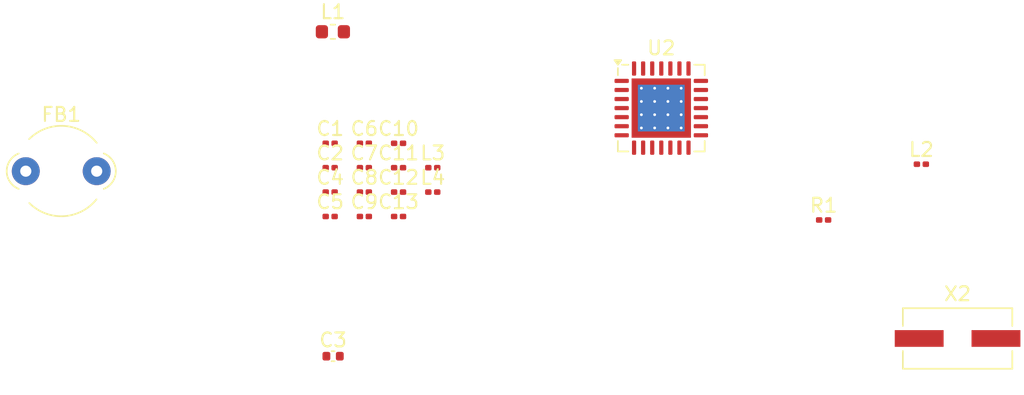
<source format=kicad_pcb>
(kicad_pcb (version 20241229) (generator "pcbnew") (generator_version "9.0")
  (layers (0 "F.Cu" signal) (2 "B.Cu" signal) (13 "F.Paste" user) (15 "B.Paste" user) (5 "F.SilkS" user "F.Silkscreen") (7 "B.SilkS" user "B.Silkscreen") (1 "F.Mask" user) (3 "B.Mask" user) (25 "Edge.Cuts" user))
  (net 0 "")
  (net 1 "Earth")
  (net 2 "Net-(U2-DECD)")
  (net 3 "VDD_nRF")
  (net 4 "/DECA")
  (net 5 "Net-(U2-VSS_PA)")
  (net 6 "Net-(C6-Pad1)")
  (net 7 "Net-(C9-Pad1)")
  (net 8 "/RF")
  (net 9 "Net-(U2-RESET)")
  (net 10 "Net-(U2-DCC)")
  (net 11 "Net-(U2-ANT)")
  (net 12 "/NRESET")
  (net 13 "/SWDCLK")
  (net 14 "/SWDIO")
  (net 15 "Net-(U2-XC1)")
  (footprint "Inductor_SMD:L_0603_1608Metric" (layer "F.Cu") (at 123 68.5)
    (property "Reference" "L1" (at 0 -1.43 0) (layer "F.SilkS"))
    (property "Value" "4.7uH")
    (fp_line (start -0.162779 -0.51) (end 0.162779 -0.51) (stroke (width 0.12)) (layer "F.SilkS"))
    (fp_line (start -0.162779 0.51) (end 0.162779 0.51) (stroke (width 0.12)) (layer "F.SilkS"))
    (pad "1" smd roundrect (at -0.7875 0) (size 0.875 0.95) (layers "F.Cu" "F.Mask" "F.Paste") (net 2 "Net-(U2-DECD)"))
    (pad "2" smd roundrect (at 0.7875 0) (size 0.875 0.95) (layers "F.Cu" "F.Mask" "F.Paste") (net 10 "Net-(U2-DCC)"))
  )
  (footprint "Ferrite_THT:LairdTech_28C0236-0JW-10" (layer "F.Cu") (at 101 78.5)
    (property "Reference" "FB1" (at 2.54 -4.064 0) (layer "F.SilkS"))
    (property "Value" "FerriteBead")
    (fp_arc (start -0.508 1.27) (mid -1.367832 0) (end -0.508 -1.27) (stroke (width 0.12)) (layer "F.SilkS"))
    (fp_arc (start 0.239932 -2.300068) (mid 2.71988 -3.24781) (end 5.08 -2.032) (stroke (width 0.12)) (layer "F.SilkS"))
    (fp_arc (start 5.064465 2.019572) (mid 2.71878 3.227946) (end 0.254 2.286) (stroke (width 0.12)) (layer "F.SilkS"))
    (fp_arc (start 5.588 -1.27) (mid 6.447832 0) (end 5.588 1.27) (stroke (width 0.12)) (layer "F.SilkS"))
    (pad "1" thru_hole circle (at 0 0) (size 2 2) (drill 0.8) (layers "*.Cu" "*.Mask") (net 2 "Net-(U2-DECD)"))
    (pad "2" thru_hole circle (at 5.08 0) (size 2 2) (drill 0.8) (layers "*.Cu" "*.Mask") (net 4 "/DECA"))
  )
  (footprint "Capacitor_SMD:C_0201_0603Metric" (layer "F.Cu") (at 125.255 81.75)
    (property "Reference" "C9" (at 0 -1.05 0) (layer "F.SilkS"))
    (property "Value" "2.0pF")
    (pad "1" smd roundrect (at -0.32 0) (size 0.46 0.4) (layers "F.Cu" "F.Mask") (net 7 "Net-(C9-Pad1)"))
    (pad "2" smd roundrect (at 0.32 0) (size 0.46 0.4) (layers "F.Cu" "F.Mask") (net 1 "Earth"))
  )
  (footprint "Inductor_SMD:L_0201_0603Metric" (layer "F.Cu") (at 130.155 78.25)
    (property "Reference" "L3" (at 0 -1.05 0) (layer "F.SilkS"))
    (property "Value" "3.5nH")
    (pad "1" smd roundrect (at -0.32 0) (size 0.46 0.4) (layers "F.Cu" "F.Mask") (net 6 "Net-(C6-Pad1)"))
    (pad "2" smd roundrect (at 0.32 0) (size 0.46 0.4) (layers "F.Cu" "F.Mask") (net 7 "Net-(C9-Pad1)"))
  )
  (footprint "Capacitor_SMD:C_0201_0603Metric" (layer "F.Cu") (at 122.805 78.25)
    (property "Reference" "C2" (at 0 -1.05 0) (layer "F.SilkS"))
    (property "Value" "2.2uF")
    (pad "1" smd roundrect (at -0.32 0) (size 0.46 0.4) (layers "F.Cu" "F.Mask") (net 4 "/DECA"))
    (pad "2" smd roundrect (at 0.32 0) (size 0.46 0.4) (layers "F.Cu" "F.Mask") (net 1 "Earth"))
  )
  (footprint "Capacitor_SMD:C_0402_1005Metric" (layer "F.Cu") (at 123.015 91.77)
    (property "Reference" "C3" (at 0 -1.16 0) (layer "F.SilkS"))
    (property "Value" "10uF")
    (fp_line (start -0.107836 -0.36) (end 0.107836 -0.36) (stroke (width 0.12)) (layer "F.SilkS"))
    (fp_line (start -0.107836 0.36) (end 0.107836 0.36) (stroke (width 0.12)) (layer "F.SilkS"))
    (pad "1" smd roundrect (at -0.48 0) (size 0.56 0.62) (layers "F.Cu" "F.Mask" "F.Paste") (net 3 "VDD_nRF"))
    (pad "2" smd roundrect (at 0.48 0) (size 0.56 0.62) (layers "F.Cu" "F.Mask" "F.Paste") (net 1 "Earth"))
  )
  (footprint "Resistor_SMD:R_0201_0603Metric" (layer "F.Cu") (at 158.155 82)
    (property "Reference" "R1" (at 0 -1.05 0) (layer "F.SilkS"))
    (property "Value" "1k")
    (pad "1" smd roundrect (at -0.32 0) (size 0.46 0.4) (layers "F.Cu" "F.Mask") (net 9 "Net-(U2-RESET)"))
    (pad "2" smd roundrect (at 0.32 0) (size 0.46 0.4) (layers "F.Cu" "F.Mask") (net 12 "/NRESET"))
  )
  (footprint "Capacitor_SMD:C_0201_0603Metric" (layer "F.Cu") (at 122.805 81.75)
    (property "Reference" "C5" (at 0 -1.05 0) (layer "F.SilkS"))
    (property "Value" "10nF")
    (pad "1" smd roundrect (at -0.32 0) (size 0.46 0.4) (layers "F.Cu" "F.Mask") (net 4 "/DECA"))
    (pad "2" smd roundrect (at 0.32 0) (size 0.46 0.4) (layers "F.Cu" "F.Mask") (net 1 "Earth"))
  )
  (footprint "Capacitor_SMD:C_0201_0603Metric" (layer "F.Cu") (at 125.255 80)
    (property "Reference" "C8" (at 0 -1.05 0) (layer "F.SilkS"))
    (property "Value" "100nF")
    (pad "1" smd roundrect (at -0.32 0) (size 0.46 0.4) (layers "F.Cu" "F.Mask") (net 3 "VDD_nRF"))
    (pad "2" smd roundrect (at 0.32 0) (size 0.46 0.4) (layers "F.Cu" "F.Mask") (net 1 "Earth"))
  )
  (footprint "Capacitor_SMD:C_0201_0603Metric" (layer "F.Cu") (at 125.255 78.25)
    (property "Reference" "C7" (at 0 -1.05 0) (layer "F.SilkS"))
    (property "Value" "100nF")
    (pad "1" smd roundrect (at -0.32 0) (size 0.46 0.4) (layers "F.Cu" "F.Mask") (net 3 "VDD_nRF"))
    (pad "2" smd roundrect (at 0.32 0) (size 0.46 0.4) (layers "F.Cu" "F.Mask") (net 1 "Earth"))
  )
  (footprint "Capacitor_SMD:C_0201_0603Metric" (layer "F.Cu") (at 127.705 76.5)
    (property "Reference" "C10" (at 0 -1.05 0) (layer "F.SilkS"))
    (property "Value" "100nF")
    (pad "1" smd roundrect (at -0.32 0) (size 0.46 0.4) (layers "F.Cu" "F.Mask") (net 3 "VDD_nRF"))
    (pad "2" smd roundrect (at 0.32 0) (size 0.46 0.4) (layers "F.Cu" "F.Mask") (net 1 "Earth"))
  )
  (footprint "Capacitor_SMD:C_0201_0603Metric" (layer "F.Cu") (at 127.705 81.75)
    (property "Reference" "C13" (at 0 -1.05 0) (layer "F.SilkS"))
    (property "Value" "3.9pF")
    (pad "1" smd roundrect (at -0.32 0) (size 0.46 0.4) (layers "F.Cu" "F.Mask") (net 9 "Net-(U2-RESET)"))
    (pad "2" smd roundrect (at 0.32 0) (size 0.46 0.4) (layers "F.Cu" "F.Mask") (net 1 "Earth"))
  )
  (footprint "Capacitor_SMD:C_0201_0603Metric" (layer "F.Cu") (at 122.805 76.5)
    (property "Reference" "C1" (at 0 -1.05 0) (layer "F.SilkS"))
    (property "Value" "2.2uF")
    (pad "1" smd roundrect (at -0.32 0) (size 0.46 0.4) (layers "F.Cu" "F.Mask") (net 2 "Net-(U2-DECD)"))
    (pad "2" smd roundrect (at 0.32 0) (size 0.46 0.4) (layers "F.Cu" "F.Mask") (net 1 "Earth"))
  )
  (footprint "Capacitor_SMD:C_0201_0603Metric" (layer "F.Cu") (at 122.805 80)
    (property "Reference" "C4" (at 0 -1.05 0) (layer "F.SilkS"))
    (property "Value" "100nF")
    (pad "1" smd roundrect (at -0.32 0) (size 0.46 0.4) (layers "F.Cu" "F.Mask") (net 3 "VDD_nRF"))
    (pad "2" smd roundrect (at 0.32 0) (size 0.46 0.4) (layers "F.Cu" "F.Mask") (net 1 "Earth"))
  )
  (footprint "Capacitor_SMD:C_0201_0603Metric" (layer "F.Cu") (at 127.705 80)
    (property "Reference" "C12" (at 0 -1.05 0) (layer "F.SilkS"))
    (property "Value" "10nF")
    (pad "1" smd roundrect (at -0.32 0) (size 0.46 0.4) (layers "F.Cu" "F.Mask") (net 4 "/DECA"))
    (pad "2" smd roundrect (at 0.32 0) (size 0.46 0.4) (layers "F.Cu" "F.Mask") (net 1 "Earth"))
  )
  (footprint "Inductor_SMD:L_0201_0603Metric" (layer "F.Cu") (at 165.155 78)
    (property "Reference" "L2" (at 0 -1.05 0) (layer "F.SilkS"))
    (property "Value" "2.7nH")
    (pad "1" smd roundrect (at -0.32 0) (size 0.46 0.4) (layers "F.Cu" "F.Mask") (net 11 "Net-(U2-ANT)"))
    (pad "2" smd roundrect (at 0.32 0) (size 0.46 0.4) (layers "F.Cu" "F.Mask") (net 6 "Net-(C6-Pad1)"))
  )
  (footprint "Package_DFN_QFN:QFN-28-1EP_6x6mm_P0.65mm_EP4.25x4.25mm_ThermalVias" (layer "F.Cu") (at 146.525 73.975)
    (property "Reference" "U2" (at 0 -4.31 0) (layer "F.SilkS"))
    (property "Value" "~")
    (fp_line (start -3.11 -2.36) (end -3.11 -2.87) (stroke (width 0.12)) (layer "F.SilkS"))
    (fp_line (start -3.11 3.11) (end -3.11 2.36) (stroke (width 0.12)) (layer "F.SilkS"))
    (fp_line (start -2.36 -3.11) (end -2.81 -3.11) (stroke (width 0.12)) (layer "F.SilkS"))
    (fp_line (start -2.36 3.11) (end -3.11 3.11) (stroke (width 0.12)) (layer "F.SilkS"))
    (fp_line (start 2.36 -3.11) (end 3.11 -3.11) (stroke (width 0.12)) (layer "F.SilkS"))
    (fp_line (start 2.36 3.11) (end 3.11 3.11) (stroke (width 0.12)) (layer "F.SilkS"))
    (fp_line (start 3.11 -3.11) (end 3.11 -2.36) (stroke (width 0.12)) (layer "F.SilkS"))
    (fp_line (start 3.11 3.11) (end 3.11 2.36) (stroke (width 0.12)) (layer "F.SilkS"))
    (fp_poly (pts (xy -3.11 -3.11) (xy -3.35 -3.44) (xy -2.87 -3.44) (xy -3.11 -3.11)) (stroke (width 0.12)) (fill yes) (layer "F.SilkS"))
    (pad "1" smd roundrect (at -2.8375 -1.95) (size 1.025 0.3) (layers "F.Cu" "F.Mask" "F.Paste"))
    (pad "2" smd roundrect (at -2.8375 -1.3) (size 1.025 0.3) (layers "F.Cu" "F.Mask" "F.Paste"))
    (pad "3" smd roundrect (at -2.8375 -0.65) (size 1.025 0.3) (layers "F.Cu" "F.Mask" "F.Paste"))
    (pad "4" smd roundrect (at -2.8375 0) (size 1.025 0.3) (layers "F.Cu" "F.Mask" "F.Paste"))
    (pad "5" smd roundrect (at -2.8375 0.65) (size 1.025 0.3) (layers "F.Cu" "F.Mask" "F.Paste"))
    (pad "6" smd roundrect (at -2.8375 1.3) (size 1.025 0.3) (layers "F.Cu" "F.Mask" "F.Paste"))
    (pad "7" smd roundrect (at -2.8375 1.95) (size 1.025 0.3) (layers "F.Cu" "F.Mask" "F.Paste"))
    (pad "8" smd roundrect (at -1.95 2.8375) (size 0.3 1.025) (layers "F.Cu" "F.Mask" "F.Paste"))
    (pad "9" smd roundrect (at -1.3 2.8375) (size 0.3 1.025) (layers "F.Cu" "F.Mask" "F.Paste"))
    (pad "10" smd roundrect (at -0.65 2.8375) (size 0.3 1.025) (layers "F.Cu" "F.Mask" "F.Paste") (net 3 "VDD_nRF"))
    (pad "11" smd roundrect (at 0 2.8375) (size 0.3 1.025) (layers "F.Cu" "F.Mask" "F.Paste"))
    (pad "12" smd roundrect (at 0.65 2.8375) (size 0.3 1.025) (layers "F.Cu" "F.Mask" "F.Paste"))
    (pad "13" smd roundrect (at 1.3 2.8375) (size 0.3 1.025) (layers "F.Cu" "F.Mask" "F.Paste"))
    (pad "14" smd roundrect (at 1.95 2.8375) (size 0.3 1.025) (layers "F.Cu" "F.Mask" "F.Paste"))
    (pad "15" smd roundrect (at 2.8375 1.95) (size 1.025 0.3) (layers "F.Cu" "F.Mask" "F.Paste"))
    (pad "16" smd roundrect (at 2.8375 1.3) (size 1.025 0.3) (layers "F.Cu" "F.Mask" "F.Paste"))
    (pad "17" smd roundrect (at 2.8375 0.65) (size 1.025 0.3) (layers "F.Cu" "F.Mask" "F.Paste"))
    (pad "18" smd roundrect (at 2.8375 0) (size 1.025 0.3) (layers "F.Cu" "F.Mask" "F.Paste"))
    (pad "19" smd roundrect (at 2.8375 -0.65) (size 1.025 0.3) (layers "F.Cu" "F.Mask" "F.Paste"))
    (pad "20" smd roundrect (at 2.8375 -1.3) (size 1.025 0.3) (layers "F.Cu" "F.Mask" "F.Paste"))
    (pad "21" smd roundrect (at 2.8375 -1.95) (size 1.025 0.3) (layers "F.Cu" "F.Mask" "F.Paste"))
    (pad "22" smd roundrect (at 1.95 -2.8375) (size 0.3 1.025) (layers "F.Cu" "F.Mask" "F.Paste") (net 3 "VDD_nRF"))
    (pad "23" smd roundrect (at 1.3 -2.8375) (size 0.3 1.025) (layers "F.Cu" "F.Mask" "F.Paste"))
    (pad "24" smd roundrect (at 0.65 -2.8375) (size 0.3 1.025) (layers "F.Cu" "F.Mask" "F.Paste"))
    (pad "25" smd roundrect (at 0 -2.8375) (size 0.3 1.025) (layers "F.Cu" "F.Mask" "F.Paste") (net 14 "/SWDIO"))
    (pad "26" smd roundrect (at -0.65 -2.8375) (size 0.3 1.025) (layers "F.Cu" "F.Mask" "F.Paste") (net 13 "/SWDCLK"))
    (pad "27" smd roundrect (at -1.3 -2.8375) (size 0.3 1.025) (layers "F.Cu" "F.Mask" "F.Paste"))
    (pad "28" smd roundrect (at -1.95 -2.8375) (size 0.3 1.025) (layers "F.Cu" "F.Mask" "F.Paste"))
    (pad "29" thru_hole circle (at -1.425 -1.425) (size 0.5 0.5) (drill 0.2) (property pad_prop_heatsink) (layers "*.Cu"))
    (pad "29" thru_hole circle (at -1.425 -0.475) (size 0.5 0.5) (drill 0.2) (property pad_prop_heatsink) (layers "*.Cu"))
    (pad "29" thru_hole circle (at -1.425 0.475) (size 0.5 0.5) (drill 0.2) (property pad_prop_heatsink) (layers "*.Cu"))
    (pad "29" thru_hole circle (at -1.425 1.425) (size 0.5 0.5) (drill 0.2) (property pad_prop_heatsink) (layers "*.Cu"))
    (pad "29" thru_hole circle (at -0.475 -1.425) (size 0.5 0.5) (drill 0.2) (property pad_prop_heatsink) (layers "*.Cu"))
    (pad "29" thru_hole circle (at -0.475 -0.475) (size 0.5 0.5) (drill 0.2) (property pad_prop_heatsink) (layers "*.Cu"))
    (pad "29" thru_hole circle (at -0.475 0.475) (size 0.5 0.5) (drill 0.2) (property pad_prop_heatsink) (layers "*.Cu"))
    (pad "29" thru_hole circle (at -0.475 1.425) (size 0.5 0.5) (drill 0.2) (property pad_prop_heatsink) (layers "*.Cu"))
    (pad "29" smd rect (at 0 0) (size 3.35 3.35) (property pad_prop_heatsink) (layers "B.Cu"))
    (pad "29" smd rect (at 0 0) (size 4.25 4.25) (property pad_prop_heatsink) (layers "F.Cu" "F.Mask"))
    (pad "29" thru_hole circle (at 0.475 -1.425) (size 0.5 0.5) (drill 0.2) (property pad_prop_heatsink) (layers "*.Cu"))
    (pad "29" thru_hole circle (at 0.475 -0.475) (size 0.5 0.5) (drill 0.2) (property pad_prop_heatsink) (layers "*.Cu"))
    (pad "29" thru_hole circle (at 0.475 0.475) (size 0.5 0.5) (drill 0.2) (property pad_prop_heatsink) (layers "*.Cu"))
    (pad "29" thru_hole circle (at 0.475 1.425) (size 0.5 0.5) (drill 0.2) (property pad_prop_heatsink) (layers "*.Cu"))
    (pad "29" thru_hole circle (at 1.425 -1.425) (size 0.5 0.5) (drill 0.2) (property pad_prop_heatsink) (layers "*.Cu"))
    (pad "29" thru_hole circle (at 1.425 -0.475) (size 0.5 0.5) (drill 0.2) (property pad_prop_heatsink) (layers "*.Cu"))
    (pad "29" thru_hole circle (at 1.425 0.475) (size 0.5 0.5) (drill 0.2) (property pad_prop_heatsink) (layers "*.Cu"))
    (pad "29" thru_hole circle (at 1.425 1.425) (size 0.5 0.5) (drill 0.2) (property pad_prop_heatsink) (layers "*.Cu"))
  )
  (footprint "Capacitor_SMD:C_0201_0603Metric" (layer "F.Cu") (at 125.255 76.5)
    (property "Reference" "C6" (at 0 -1.05 0) (layer "F.SilkS"))
    (property "Value" "1.5pF")
    (pad "1" smd roundrect (at -0.32 0) (size 0.46 0.4) (layers "F.Cu" "F.Mask") (net 6 "Net-(C6-Pad1)"))
    (pad "2" smd roundrect (at 0.32 0) (size 0.46 0.4) (layers "F.Cu" "F.Mask") (net 5 "Net-(U2-VSS_PA)"))
  )
  (footprint "Crystal:Crystal_SMD_ECS_CSM3X-2Pin_7.6x4.1mm" (layer "F.Cu") (at 167.75 90.5)
    (property "Reference" "X2" (at 0 -3.2 0) (layer "F.SilkS"))
    (property "Value" "32MHz")
    (fp_line (start -3.92 -2.17) (end -3.92 -0.9) (stroke (width 0.12)) (layer "F.SilkS"))
    (fp_line (start -3.92 -2.17) (end 3.92 -2.17) (stroke (width 0.12)) (layer "F.SilkS"))
    (fp_line (start -3.92 2.17) (end -3.92 0.9) (stroke (width 0.12)) (layer "F.SilkS"))
    (fp_line (start -3.92 2.17) (end 3.92 2.17) (stroke (width 0.12)) (layer "F.SilkS"))
    (fp_line (start 3.92 -2.17) (end 3.92 -0.9) (stroke (width 0.12)) (layer "F.SilkS"))
    (fp_line (start 3.92 2.17) (end 3.92 0.9) (stroke (width 0.12)) (layer "F.SilkS"))
    (pad "1" smd rect (at -2.75 0) (size 3.5 1.2) (layers "F.Cu" "F.Mask" "F.Paste") (net 15 "Net-(U2-XC1)"))
    (pad "2" smd rect (at 2.75 0) (size 3.5 1.2) (layers "F.Cu" "F.Mask" "F.Paste"))
  )
  (footprint "Capacitor_SMD:C_0201_0603Metric" (layer "F.Cu") (at 127.705 78.25)
    (property "Reference" "C11" (at 0 -1.05 0) (layer "F.SilkS"))
    (property "Value" "0.3pF")
    (pad "1" smd roundrect (at -0.32 0) (size 0.46 0.4) (layers "F.Cu" "F.Mask") (net 8 "/RF"))
    (pad "2" smd roundrect (at 0.32 0) (size 0.46 0.4) (layers "F.Cu" "F.Mask") (net 1 "Earth"))
  )
  (footprint "Inductor_SMD:L_0201_0603Metric" (layer "F.Cu") (at 130.155 80)
    (property "Reference" "L4" (at 0 -1.05 0) (layer "F.SilkS"))
    (property "Value" "0.3pF")
    (pad "1" smd roundrect (at -0.32 0) (size 0.46 0.4) (layers "F.Cu" "F.Mask") (net 7 "Net-(C9-Pad1)"))
    (pad "2" smd roundrect (at 0.32 0) (size 0.46 0.4) (layers "F.Cu" "F.Mask") (net 8 "/RF"))
  )
)
</source>
